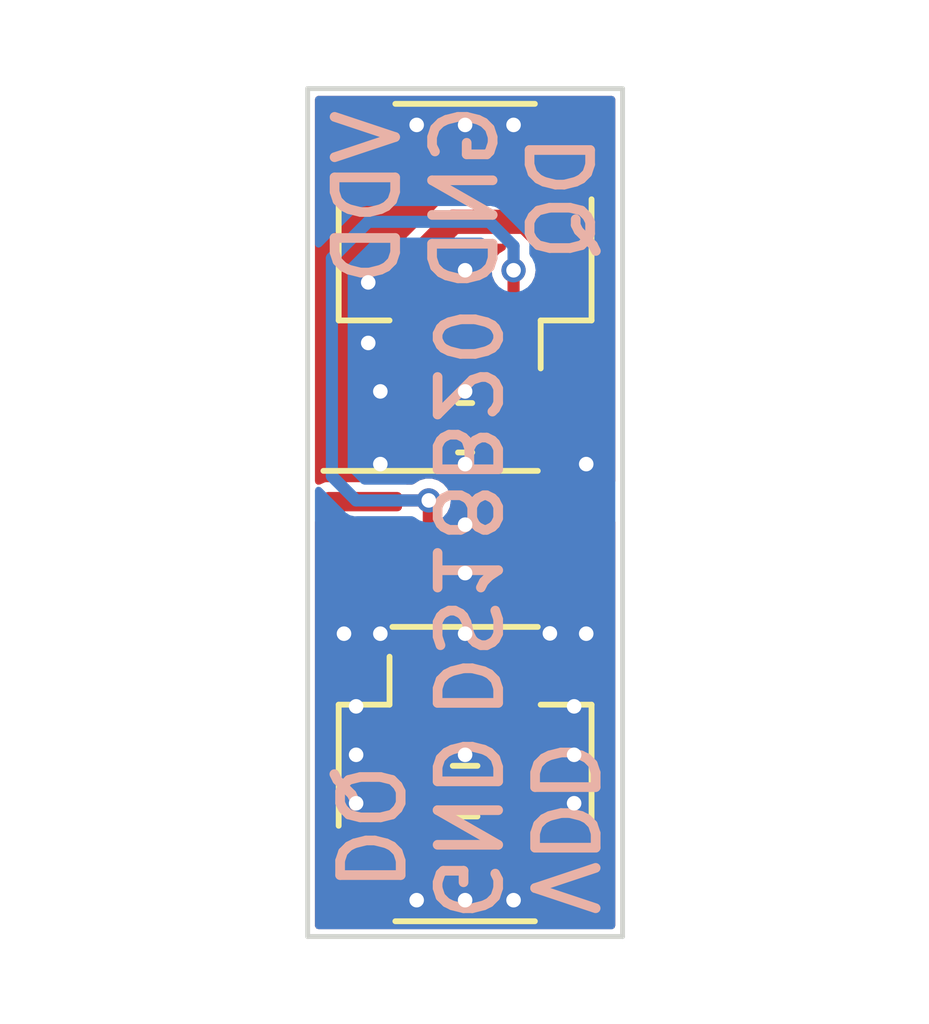
<source format=kicad_pcb>
(kicad_pcb (version 20221018) (generator pcbnew)
  (layers (0 "F.Cu" signal) (31 "B.Cu" signal) (34 "B.Paste" user) (35 "F.Paste" user) (36 "B.SilkS" user "B.Silkscreen") (37 "F.SilkS" user "F.Silkscreen") (38 "B.Mask" user) (39 "F.Mask" user) (44 "Edge.Cuts" user))
  (net 0 "")
  (net 1 "VDD")
  (net 2 "GND")
  (net 3 "/DQ")
  (footprint "Package_SO:MSOP-8_3x3mm_P0.65mm" (layer "F.Cu") (at 120.5 92.25)
    (fp_text reference "U1" hide)
    (fp_text value "DS18B20U")
    (fp_line (start 0 -1.61) (end -2.925 -1.61) (stroke (width 0.12)) (layer "F.SilkS"))
    (fp_line (start 0 -1.61) (end 1.5 -1.61) (stroke (width 0.12)) (layer "F.SilkS"))
    (fp_line (start 0 1.61) (end -1.5 1.61) (stroke (width 0.12)) (layer "F.SilkS"))
    (fp_line (start 0 1.61) (end 1.5 1.61) (stroke (width 0.12)) (layer "F.SilkS"))
    (pad "1" smd roundrect (at -2.1125 -0.975) (size 1.625 0.4) (layers "F.Cu" "F.Paste" "F.Mask") (net 3 "/DQ"))
    (pad "2" smd roundrect (at -2.1125 -0.325) (size 1.625 0.4) (layers "F.Cu" "F.Paste" "F.Mask") (net 2 "GND"))
    (pad "3" smd roundrect (at -2.1125 0.325) (size 1.625 0.4) (layers "F.Cu" "F.Paste" "F.Mask") (net 2 "GND"))
    (pad "4" smd roundrect (at -2.1125 0.975) (size 1.625 0.4) (layers "F.Cu" "F.Paste" "F.Mask") (net 2 "GND"))
    (pad "5" smd roundrect (at 2.1125 0.975) (size 1.625 0.4) (layers "F.Cu" "F.Paste" "F.Mask") (net 2 "GND"))
    (pad "6" smd roundrect (at 2.1125 0.325) (size 1.625 0.4) (layers "F.Cu" "F.Paste" "F.Mask") (net 2 "GND"))
    (pad "7" smd roundrect (at 2.1125 -0.325) (size 1.625 0.4) (layers "F.Cu" "F.Paste" "F.Mask") (net 2 "GND"))
    (pad "8" smd roundrect (at 2.1125 -0.975) (size 1.625 0.4) (layers "F.Cu" "F.Paste" "F.Mask") (net 1 "VDD"))
  )
  (footprint "Capacitor_SMD:C_0603_1608Metric_Pad1.08x0.95mm_HandSolder" (layer "F.Cu") (at 120.5 89.75 180)
    (fp_text reference "C1" hide)
    (fp_text value "100n")
    (fp_line (start -0.146267 -0.51) (end 0.146267 -0.51) (stroke (width 0.12)) (layer "F.SilkS"))
    (fp_line (start -0.146267 0.51) (end 0.146267 0.51) (stroke (width 0.12)) (layer "F.SilkS"))
    (pad "1" smd roundrect (at -0.8625 0 180) (size 1.075 0.95) (layers "F.Cu" "F.Paste" "F.Mask") (net 1 "VDD"))
    (pad "2" smd roundrect (at 0.8625 0 180) (size 1.075 0.95) (layers "F.Cu" "F.Paste" "F.Mask") (net 2 "GND"))
  )
  (footprint "Connector_JST:JST_SH_SM03B-SRSS-TB_1x03-1MP_P1.00mm_Horizontal" (layer "F.Cu") (at 120.5 97.25)
    (fp_text reference "J1" hide)
    (fp_text value "Conn_01x03_MountingPin")
    (fp_line (start -2.61 -1.785) (end -1.56 -1.785) (stroke (width 0.12)) (layer "F.SilkS"))
    (fp_line (start -2.61 0.715) (end -2.61 -1.785) (stroke (width 0.12)) (layer "F.SilkS"))
    (fp_line (start -1.56 -1.785) (end -1.56 -2.775) (stroke (width 0.12)) (layer "F.SilkS"))
    (fp_line (start -1.44 2.685) (end 1.44 2.685) (stroke (width 0.12)) (layer "F.SilkS"))
    (fp_line (start 2.61 -1.785) (end 1.56 -1.785) (stroke (width 0.12)) (layer "F.SilkS"))
    (fp_line (start 2.61 0.715) (end 2.61 -1.785) (stroke (width 0.12)) (layer "F.SilkS"))
    (pad "1" smd roundrect (at -1 -2) (size 0.6 1.55) (layers "F.Cu" "F.Paste" "F.Mask") (net 3 "/DQ"))
    (pad "2" smd roundrect (at 0 -2) (size 0.6 1.55) (layers "F.Cu" "F.Paste" "F.Mask") (net 2 "GND"))
    (pad "3" smd roundrect (at 1 -2) (size 0.6 1.55) (layers "F.Cu" "F.Paste" "F.Mask") (net 1 "VDD"))
    (pad "MP" smd roundrect (at -2.3 1.875) (size 1.2 1.8) (layers "F.Cu" "F.Paste" "F.Mask") (roundrect_rratio 0.2083333333) (net 2 "GND"))
    (pad "MP" smd roundrect (at 2.3 1.875) (size 1.2 1.8) (layers "F.Cu" "F.Paste" "F.Mask") (roundrect_rratio 0.2083333333) (net 2 "GND"))
  )
  (footprint "Resistor_SMD:R_0603_1608Metric_Pad0.98x0.95mm_HandSolder" (layer "F.Cu") (at 120.5 97.25 180)
    (fp_text reference "R1" hide)
    (fp_text value "R")
    (fp_line (start -0.254724 -0.5225) (end 0.254724 -0.5225) (stroke (width 0.12)) (layer "F.SilkS"))
    (fp_line (start -0.254724 0.5225) (end 0.254724 0.5225) (stroke (width 0.12)) (layer "F.SilkS"))
    (pad "1" smd roundrect (at -0.9125 0 180) (size 0.975 0.95) (layers "F.Cu" "F.Paste" "F.Mask") (net 1 "VDD"))
    (pad "2" smd roundrect (at 0.9125 0 180) (size 0.975 0.95) (layers "F.Cu" "F.Paste" "F.Mask") (net 3 "/DQ"))
  )
  (footprint "Connector_JST:JST_SH_SM03B-SRSS-TB_1x03-1MP_P1.00mm_Horizontal" (layer "F.Cu") (at 120.5 85.75 180)
    (fp_text reference "J2" hide)
    (fp_text value "Conn_01x03_MountingPin")
    (fp_line (start -2.61 -1.785) (end -1.56 -1.785) (stroke (width 0.12)) (layer "F.SilkS"))
    (fp_line (start -2.61 0.715) (end -2.61 -1.785) (stroke (width 0.12)) (layer "F.SilkS"))
    (fp_line (start -1.56 -1.785) (end -1.56 -2.775) (stroke (width 0.12)) (layer "F.SilkS"))
    (fp_line (start -1.44 2.685) (end 1.44 2.685) (stroke (width 0.12)) (layer "F.SilkS"))
    (fp_line (start 2.61 -1.785) (end 1.56 -1.785) (stroke (width 0.12)) (layer "F.SilkS"))
    (fp_line (start 2.61 0.715) (end 2.61 -1.785) (stroke (width 0.12)) (layer "F.SilkS"))
    (pad "1" smd roundrect (at -1 -2 180) (size 0.6 1.55) (layers "F.Cu" "F.Paste" "F.Mask") (net 3 "/DQ"))
    (pad "2" smd roundrect (at 0 -2 180) (size 0.6 1.55) (layers "F.Cu" "F.Paste" "F.Mask") (net 2 "GND"))
    (pad "3" smd roundrect (at 1 -2 180) (size 0.6 1.55) (layers "F.Cu" "F.Paste" "F.Mask") (net 1 "VDD"))
    (pad "MP" smd roundrect (at -2.3 1.875 180) (size 1.2 1.8) (layers "F.Cu" "F.Paste" "F.Mask") (roundrect_rratio 0.2083333333) (net 2 "GND"))
    (pad "MP" smd roundrect (at 2.3 1.875 180) (size 1.2 1.8) (layers "F.Cu" "F.Paste" "F.Mask") (roundrect_rratio 0.2083333333) (net 2 "GND"))
  )
  (gr_line (start 123.75 100.25) (end 117.25 100.25) (stroke (width 0.1)) (layer "Edge.Cuts"))
  (gr_line (start 117.25 82.75) (end 123.75 82.75) (stroke (width 0.1)) (layer "Edge.Cuts"))
  (gr_line (start 123.75 82.75) (end 123.75 100.25) (stroke (width 0.1)) (layer "Edge.Cuts"))
  (gr_line (start 117.25 100.25) (end 117.25 82.75) (stroke (width 0.1)) (layer "Edge.Cuts"))
  (gr_text "VDD\nGND\nDQ" (at 120.5 98 270) (layer "B.SilkS") (effects (font (size 1.25 1.25) (thickness 0.2)) (justify mirror)))
  (gr_text "VDD\nGND\nDQ" (at 120.5 85 90) (layer "B.SilkS") (effects (font (size 1.25 1.25) (thickness 0.2)) (justify mirror)))
  (gr_text "DS18B20" (at 120.5 91.5 270) (layer "B.SilkS") (effects (font (size 1.25 1.25) (thickness 0.2)) (justify mirror)))
  (segment (start 122.75 86.5) (end 122.75 89.25) (width 0.5) (layer "F.Cu") (net 1))
  (segment (start 121.75 85.5) (end 122.75 86.5) (width 0.5) (layer "F.Cu") (net 1))
  (segment (start 121.525 91.275) (end 121.3625 91.1125) (width 0.25) (layer "F.Cu") (net 1))
  (segment (start 121.35048 94.15048) (end 121.35048 90.89952) (width 0.5) (layer "F.Cu") (net 1))
  (segment (start 121.3625 90.8875) (end 121.3625 89.75) (width 0.5) (layer "F.Cu") (net 1))
  (segment (start 121.5 96.25) (end 121.5 95.25) (width 0.25) (layer "F.Cu") (net 1))
  (segment (start 121.35048 90.89952) (end 121.3625 90.8875) (width 0.5) (layer "F.Cu") (net 1))
  (segment (start 119.5 87.75) (end 119.5 86.25) (width 0.5) (layer "F.Cu") (net 1))
  (segment (start 121.4125 96.3375) (end 121.5 96.25) (width 0.25) (layer "F.Cu") (net 1))
  (segment (start 121.5 95.25) (end 121.5 94.3) (width 0.5) (layer "F.Cu") (net 1))
  (segment (start 122.75 89.25) (end 122.25 89.75) (width 0.5) (layer "F.Cu") (net 1))
  (segment (start 121.5 94.3) (end 121.35048 94.15048) (width 0.5) (layer "F.Cu") (net 1))
  (segment (start 121.4125 97.25) (end 121.4125 96.3375) (width 0.25) (layer "F.Cu") (net 1))
  (segment (start 122.6125 91.275) (end 121.525 91.275) (width 0.25) (layer "F.Cu") (net 1))
  (segment (start 122.25 89.75) (end 121.3625 89.75) (width 0.5) (layer "F.Cu") (net 1))
  (segment (start 120.25 85.5) (end 121.75 85.5) (width 0.5) (layer "F.Cu") (net 1))
  (segment (start 121.3625 91.1125) (end 121.3625 90.8875) (width 0.25) (layer "F.Cu") (net 1))
  (segment (start 119.5 86.25) (end 120.25 85.5) (width 0.5) (layer "F.Cu") (net 1))
  (via (at 118.5 88) (size 0.5) (drill 0.3) (layers "F.Cu" "B.Cu") (net 2))
  (via (at 122.25 93.994287) (size 0.5) (drill 0.3) (layers "F.Cu" "B.Cu") (net 2))
  (via (at 120.5 94) (size 0.5) (drill 0.3) (layers "F.Cu" "B.Cu") (net 2))
  (via (at 122.75 96.5) (size 0.5) (drill 0.3) (layers "F.Cu" "B.Cu") (net 2))
  (via (at 122.75 97.5) (size 0.5) (drill 0.3) (layers "F.Cu" "B.Cu") (net 2))
  (via (at 120.5 83.5) (size 0.5) (drill 0.3) (layers "F.Cu" "B.Cu") (net 2))
  (via (at 120.5 96.5) (size 0.5) (drill 0.3) (layers "F.Cu" "B.Cu") (net 2))
  (via (at 120.5 91.75) (size 0.5) (drill 0.3) (layers "F.Cu" "B.Cu") (net 2))
  (via (at 118.75 89) (size 0.5) (drill 0.3) (layers "F.Cu" "B.Cu") (net 2))
  (via (at 120.5 86.5) (size 0.5) (drill 0.3) (layers "F.Cu" "B.Cu") (net 2))
  (via (at 118.25 96.5) (size 0.5) (drill 0.3) (layers "F.Cu" "B.Cu") (net 2))
  (via (at 119.5 99.5) (size 0.5) (drill 0.3) (layers "F.Cu" "B.Cu") (net 2))
  (via (at 118.75 94) (size 0.5) (drill 0.3) (layers "F.Cu" "B.Cu") (net 2))
  (via (at 123 90.5) (size 0.5) (drill 0.3) (layers "F.Cu" "B.Cu") (net 2))
  (via (at 118.25 95.5) (size 0.5) (drill 0.3) (layers "F.Cu" "B.Cu") (net 2))
  (via (at 121.5 99.5) (size 0.5) (drill 0.3) (layers "F.Cu" "B.Cu") (net 2))
  (via (at 123 94) (size 0.5) (drill 0.3) (layers "F.Cu" "B.Cu") (net 2))
  (via (at 118.5 86.75) (size 0.5) (drill 0.3) (layers "F.Cu" "B.Cu") (net 2))
  (via (at 118 94) (size 0.5) (drill 0.3) (layers "F.Cu" "B.Cu") (net 2))
  (via (at 121.5 83.5) (size 0.5) (drill 0.3) (layers "F.Cu" "B.Cu") (net 2))
  (via (at 120.5 92.75) (size 0.5) (drill 0.3) (layers "F.Cu" "B.Cu") (net 2))
  (via (at 119.5 83.5) (size 0.5) (drill 0.3) (layers "F.Cu" "B.Cu") (net 2))
  (via (at 118.25 97.5) (size 0.5) (drill 0.3) (layers "F.Cu" "B.Cu") (net 2))
  (via (at 120.5 99.5) (size 0.5) (drill 0.3) (layers "F.Cu" "B.Cu") (net 2))
  (via (at 120.5 90.5) (size 0.5) (drill 0.3) (layers "F.Cu" "B.Cu") (net 2))
  (via (at 122.75 95.5) (size 0.5) (drill 0.3) (layers "F.Cu" "B.Cu") (net 2))
  (via (at 118.75 90.5) (size 0.5) (drill 0.3) (layers "F.Cu" "B.Cu") (net 2))
  (via (at 120.5 89) (size 0.5) (drill 0.3) (layers "F.Cu" "B.Cu") (net 2))
  (segment (start 119.5875 97.25) (end 119.5875 96.3375) (width 0.25) (layer "F.Cu") (net 3))
  (segment (start 119.5875 96.3375) (end 119.5 96.25) (width 0.25) (layer "F.Cu") (net 3))
  (segment (start 121.5 87.75) (end 121.5 86.5) (width 0.25) (layer "F.Cu") (net 3))
  (segment (start 119.75 91.25) (end 119.75 94) (width 0.25) (layer "F.Cu") (net 3))
  (segment (start 119.75 94) (end 119.5 94.25) (width 0.25) (layer "F.Cu") (net 3))
  (segment (start 119.75 91.25) (end 118.4125 91.25) (width 0.25) (layer "F.Cu") (net 3))
  (segment (start 119.5 96.25) (end 119.5 95.25) (width 0.25) (layer "F.Cu") (net 3))
  (segment (start 118.4125 91.25) (end 118.3875 91.275) (width 0.25) (layer "F.Cu") (net 3))
  (segment (start 119.5 94.25) (end 119.5 95.25) (width 0.25) (layer "F.Cu") (net 3))
  (via (at 119.75 91.25) (size 0.5) (drill 0.3) (layers "F.Cu" "B.Cu") (net 3))
  (via (at 121.5 86.5) (size 0.5) (drill 0.3) (layers "F.Cu" "B.Cu") (net 3))
  (segment (start 121.5 86) (end 121 85.5) (width 0.25) (layer "B.Cu") (net 3))
  (segment (start 117.75 90.75) (end 118.25 91.25) (width 0.25) (layer "B.Cu") (net 3))
  (segment (start 121 85.5) (end 118.5 85.5) (width 0.25) (layer "B.Cu") (net 3))
  (segment (start 118.5 85.5) (end 117.75 86.25) (width 0.25) (layer "B.Cu") (net 3))
  (segment (start 117.75 86.25) (end 117.75 90.75) (width 0.25) (layer "B.Cu") (net 3))
  (segment (start 118.25 91.25) (end 119.75 91.25) (width 0.25) (layer "B.Cu") (net 3))
  (segment (start 121.5 86.5) (end 121.5 86) (width 0.25) (layer "B.Cu") (net 3))
  (zone (net 2) (net_name "GND") (layers "F&B.Cu") (connect_pads yes (clearance 0.15)) (min_thickness 0.15) (fill yes (thermal_gap 0.2) (thermal_bridge_width 0.2) (island_removal_mode 1) (island_area_min 0))
    (polygon (pts (xy 123.75 100.25) (xy 117.25 100.25) (xy 117.25 82.75) (xy 123.75 82.75)))
  )
)
</source>
